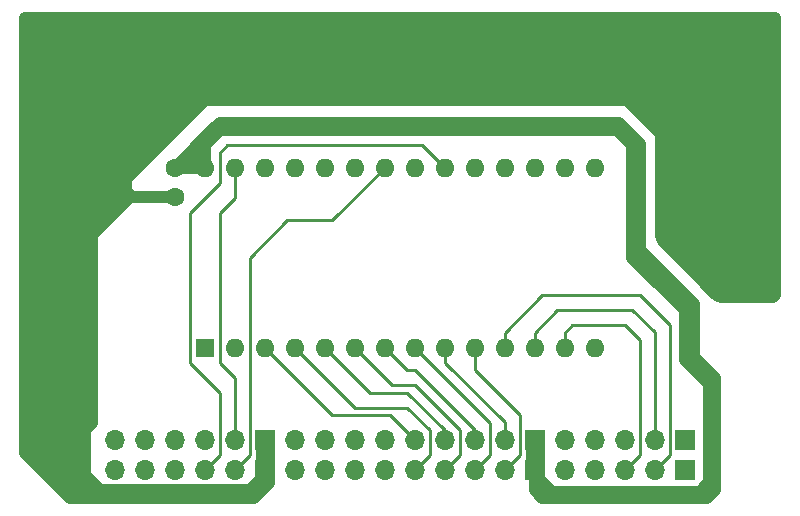
<source format=gbr>
%TF.GenerationSoftware,KiCad,Pcbnew,(5.1.10)-1*%
%TF.CreationDate,2022-08-09T19:56:00-06:00*%
%TF.ProjectId,storage,73746f72-6167-4652-9e6b-696361645f70,rev?*%
%TF.SameCoordinates,Original*%
%TF.FileFunction,Copper,L1,Top*%
%TF.FilePolarity,Positive*%
%FSLAX46Y46*%
G04 Gerber Fmt 4.6, Leading zero omitted, Abs format (unit mm)*
G04 Created by KiCad (PCBNEW (5.1.10)-1) date 2022-08-09 19:56:00*
%MOMM*%
%LPD*%
G01*
G04 APERTURE LIST*
%TA.AperFunction,ComponentPad*%
%ADD10C,1.600000*%
%TD*%
%TA.AperFunction,ComponentPad*%
%ADD11R,1.600000X1.600000*%
%TD*%
%TA.AperFunction,ComponentPad*%
%ADD12O,1.600000X1.600000*%
%TD*%
%TA.AperFunction,ComponentPad*%
%ADD13O,1.700000X1.700000*%
%TD*%
%TA.AperFunction,ComponentPad*%
%ADD14R,1.700000X1.700000*%
%TD*%
%TA.AperFunction,Conductor*%
%ADD15C,1.600000*%
%TD*%
%TA.AperFunction,Conductor*%
%ADD16C,0.250000*%
%TD*%
%TA.AperFunction,Conductor*%
%ADD17C,1.000000*%
%TD*%
%TA.AperFunction,Conductor*%
%ADD18C,2.500000*%
%TD*%
G04 APERTURE END LIST*
D10*
%TO.P,0.1uf,2*%
%TO.N,N/C*%
X381635000Y-281900000D03*
%TO.P,0.1uf,1*%
X381635000Y-279400000D03*
%TD*%
D11*
%TO.P,28c256,1*%
%TO.N,N/C*%
X384172460Y-294640000D03*
D12*
%TO.P,28c256,15*%
X417192460Y-279400000D03*
%TO.P,28c256,2*%
X386712460Y-294640000D03*
%TO.P,28c256,16*%
X414652460Y-279400000D03*
%TO.P,28c256,3*%
X389252460Y-294640000D03*
%TO.P,28c256,17*%
X412112460Y-279400000D03*
%TO.P,28c256,4*%
X391792460Y-294640000D03*
%TO.P,28c256,18*%
X409572460Y-279400000D03*
%TO.P,28c256,5*%
X394332460Y-294640000D03*
%TO.P,28c256,19*%
X407032460Y-279400000D03*
%TO.P,28c256,6*%
X396872460Y-294640000D03*
%TO.P,28c256,20*%
X404492460Y-279400000D03*
%TO.P,28c256,7*%
X399412460Y-294640000D03*
%TO.P,28c256,21*%
X401952460Y-279400000D03*
%TO.P,28c256,8*%
X401952460Y-294640000D03*
%TO.P,28c256,22*%
X399412460Y-279400000D03*
%TO.P,28c256,9*%
X404492460Y-294640000D03*
%TO.P,28c256,23*%
X396872460Y-279400000D03*
%TO.P,28c256,10*%
X407032460Y-294640000D03*
%TO.P,28c256,24*%
X394332460Y-279400000D03*
%TO.P,28c256,11*%
X409572460Y-294640000D03*
%TO.P,28c256,25*%
X391792460Y-279400000D03*
%TO.P,28c256,12*%
X412112460Y-294640000D03*
%TO.P,28c256,26*%
X389252460Y-279400000D03*
%TO.P,28c256,13*%
X414652460Y-294640000D03*
%TO.P,28c256,27*%
X386712460Y-279400000D03*
%TO.P,28c256,14*%
X417192460Y-294640000D03*
%TO.P,28c256,28*%
X384172460Y-279400000D03*
%TD*%
D13*
%TO.P,20pin conn.,40*%
%TO.N,N/C*%
X376555000Y-304987960D03*
%TO.P,20pin conn.,39*%
X376555000Y-302447960D03*
%TO.P,20pin conn.,38*%
X379095000Y-304987960D03*
%TO.P,20pin conn.,37*%
X379095000Y-302447960D03*
%TO.P,20pin conn.,36*%
X381635000Y-304987960D03*
%TO.P,20pin conn.,35*%
X381635000Y-302447960D03*
%TO.P,20pin conn.,34*%
X384175000Y-304987960D03*
%TO.P,20pin conn.,33*%
X384175000Y-302447960D03*
%TO.P,20pin conn.,32*%
X386715000Y-304987960D03*
%TO.P,20pin conn.,31*%
X386715000Y-302447960D03*
D14*
%TO.P,20pin conn.,30*%
X389255000Y-304987960D03*
%TO.P,20pin conn.,29*%
X389255000Y-302447960D03*
D13*
%TO.P,20pin conn.,28*%
X391795000Y-304987960D03*
%TO.P,20pin conn.,27*%
X391795000Y-302447960D03*
%TO.P,20pin conn.,26*%
X394335000Y-304987960D03*
%TO.P,20pin conn.,25*%
X394335000Y-302447960D03*
%TO.P,20pin conn.,24*%
X396875000Y-304987960D03*
%TO.P,20pin conn.,23*%
X396875000Y-302447960D03*
%TO.P,20pin conn.,22*%
X399415000Y-304987960D03*
%TO.P,20pin conn.,21*%
X399415000Y-302447960D03*
%TO.P,20pin conn.,20*%
X401955000Y-304987960D03*
%TO.P,20pin conn.,19*%
X401955000Y-302447960D03*
%TO.P,20pin conn.,18*%
X404495000Y-304987960D03*
%TO.P,20pin conn.,17*%
X404495000Y-302447960D03*
%TO.P,20pin conn.,16*%
X407035000Y-304987960D03*
%TO.P,20pin conn.,15*%
X407035000Y-302447960D03*
%TO.P,20pin conn.,14*%
X409575000Y-304987960D03*
%TO.P,20pin conn.,13*%
X409575000Y-302447960D03*
D14*
%TO.P,20pin conn.,12*%
X412115000Y-304987960D03*
%TO.P,20pin conn.,11*%
X412115000Y-302447960D03*
D13*
%TO.P,20pin conn.,10*%
X414655000Y-304987960D03*
%TO.P,20pin conn.,9*%
X414655000Y-302447960D03*
%TO.P,20pin conn.,8*%
X417195000Y-304987960D03*
%TO.P,20pin conn.,7*%
X417195000Y-302447960D03*
%TO.P,20pin conn.,6*%
X419735000Y-304987960D03*
%TO.P,20pin conn.,5*%
X419735000Y-302447960D03*
%TO.P,20pin conn.,4*%
X422275000Y-304987960D03*
%TO.P,20pin conn.,3*%
X422275000Y-302447960D03*
D14*
%TO.P,20pin conn.,2*%
X424815000Y-304987960D03*
%TO.P,20pin conn.,1*%
X424815000Y-302447960D03*
%TD*%
D15*
%TO.N,*%
X412115000Y-302447960D02*
X412115000Y-304987960D01*
X389255000Y-302447960D02*
X389255000Y-304987960D01*
D16*
X394967460Y-283845000D02*
X399412460Y-279400000D01*
X391160000Y-283845000D02*
X394967460Y-283845000D01*
X387985000Y-287020000D02*
X391160000Y-283845000D01*
X387985000Y-303717960D02*
X387985000Y-287020000D01*
X386715000Y-304987960D02*
X387985000Y-303717960D01*
X386712460Y-281937460D02*
X386712460Y-279400000D01*
X385445000Y-283204920D02*
X386712460Y-281937460D01*
X385445000Y-295910000D02*
X385445000Y-283204920D01*
X386715000Y-297180000D02*
X385445000Y-295910000D01*
X386715000Y-302447960D02*
X386715000Y-297180000D01*
X414652460Y-293372540D02*
X414652460Y-294640000D01*
X415290000Y-292735000D02*
X414652460Y-293372540D01*
X419735000Y-292735000D02*
X415290000Y-292735000D01*
X421005000Y-294005000D02*
X419735000Y-292735000D01*
X421005000Y-303687480D02*
X421005000Y-294005000D01*
X419699440Y-304993040D02*
X421005000Y-303687480D01*
X412112460Y-293372540D02*
X412112460Y-294640000D01*
X414020000Y-291465000D02*
X412112460Y-293372540D01*
X420370000Y-291465000D02*
X414020000Y-291465000D01*
X422239440Y-293334440D02*
X420370000Y-291465000D01*
X422239440Y-302453040D02*
X422239440Y-293334440D01*
X409572460Y-293372540D02*
X409572460Y-294640000D01*
X412750000Y-290195000D02*
X409572460Y-293372540D01*
X421005000Y-290195000D02*
X412750000Y-290195000D01*
X423545000Y-292735000D02*
X421005000Y-290195000D01*
X423545000Y-303687480D02*
X423545000Y-292735000D01*
X422239440Y-304993040D02*
X423545000Y-303687480D01*
D17*
X385445000Y-276225000D02*
X384172460Y-277497540D01*
D16*
X384175000Y-304987960D02*
X385445000Y-303717960D01*
X385445000Y-303717960D02*
X385445000Y-298450000D01*
X385445000Y-298450000D02*
X382905000Y-295910000D01*
X382905000Y-295910000D02*
X382905000Y-283210000D01*
X382905000Y-283210000D02*
X385445000Y-280670000D01*
X385445000Y-280670000D02*
X385445000Y-278130000D01*
X385445000Y-278130000D02*
X386080000Y-277495000D01*
X386080000Y-277495000D02*
X402587460Y-277495000D01*
X402587460Y-277495000D02*
X404492460Y-279400000D01*
D17*
X368935000Y-268605000D02*
X432435000Y-268605000D01*
X368935000Y-272415000D02*
X432435000Y-272415000D01*
X368935000Y-269875000D02*
X432435000Y-269875000D01*
X368935000Y-267335000D02*
X432435000Y-267335000D01*
X368935000Y-267970000D02*
X432435000Y-267970000D01*
X368935000Y-269240000D02*
X432435000Y-269240000D01*
X368935000Y-271780000D02*
X432435000Y-271780000D01*
X368935000Y-270510000D02*
X432435000Y-270510000D01*
X387350000Y-307340000D02*
X375285000Y-307340000D01*
X389255000Y-304987960D02*
X389255000Y-305435000D01*
X384175000Y-273685000D02*
X368935000Y-273685000D01*
X368935000Y-273685000D02*
X368935000Y-303530000D01*
X372745000Y-307340000D02*
X375285000Y-307340000D01*
X368935000Y-303530000D02*
X372745000Y-307340000D01*
X374332500Y-306387500D02*
X373062500Y-306387500D01*
X375285000Y-307340000D02*
X374332500Y-306387500D01*
X374332500Y-306387500D02*
X374015000Y-306070000D01*
X373062500Y-306387500D02*
X369570000Y-302895000D01*
X369570000Y-302895000D02*
X373380000Y-302895000D01*
X373380000Y-302895000D02*
X373380000Y-305435000D01*
X373380000Y-305435000D02*
X372745000Y-305435000D01*
X372745000Y-305435000D02*
X370840000Y-303530000D01*
X371475000Y-303530000D02*
X372745000Y-304800000D01*
X372110000Y-303530000D02*
X373380000Y-304800000D01*
X372110000Y-302895000D02*
X373380000Y-304165000D01*
D18*
X370205000Y-273685000D02*
X370205000Y-302895000D01*
X371475000Y-273685000D02*
X371475000Y-302895000D01*
X374015000Y-281940000D02*
X382270000Y-273685000D01*
D17*
X382270000Y-273050000D02*
X432435000Y-273050000D01*
X368935000Y-273050000D02*
X382270000Y-273050000D01*
D18*
X373380000Y-280670000D02*
X381635000Y-272415000D01*
X372110000Y-280035000D02*
X380365000Y-271780000D01*
X371475000Y-278765000D02*
X379730000Y-270510000D01*
X370840000Y-277495000D02*
X379095000Y-269240000D01*
D17*
X389255000Y-305435000D02*
X387350000Y-307340000D01*
X389610600Y-306085240D02*
X389610600Y-305003200D01*
X388620000Y-306705000D02*
X389255000Y-306070000D01*
X388620000Y-306705000D02*
X375285000Y-306705000D01*
X375285000Y-306705000D02*
X374015000Y-305435000D01*
X374015000Y-305435000D02*
X374015000Y-283845000D01*
X374015000Y-306070000D02*
X374015000Y-305435000D01*
X382905000Y-279400000D02*
X384172460Y-278132540D01*
X384172460Y-278132540D02*
X384172460Y-279400000D01*
X384172460Y-277497540D02*
X384172460Y-278132540D01*
X381635000Y-279400000D02*
X382905000Y-279400000D01*
X382905000Y-279400000D02*
X384172460Y-279400000D01*
X384810000Y-276225000D02*
X385445000Y-276225000D01*
X381635000Y-279400000D02*
X384810000Y-276225000D01*
X376595000Y-281900000D02*
X372745000Y-285750000D01*
D18*
X372745000Y-285750000D02*
X372745000Y-302895000D01*
X372745000Y-273685000D02*
X372745000Y-285750000D01*
D17*
X377507500Y-280352500D02*
X377507500Y-281622500D01*
X377230000Y-281900000D02*
X376595000Y-281900000D01*
X374015000Y-283845000D02*
X377507500Y-280352500D01*
X377507500Y-281622500D02*
X377230000Y-281900000D01*
X381635000Y-281900000D02*
X377230000Y-281900000D01*
X377507500Y-280352500D02*
X384175000Y-273685000D01*
X377380500Y-281241500D02*
X378015500Y-281876500D01*
X381635000Y-281900000D02*
X377865000Y-281900000D01*
X377865000Y-281900000D02*
X374650000Y-285115000D01*
X374650000Y-300990000D02*
X372745000Y-302895000D01*
X374650000Y-285115000D02*
X374650000Y-300990000D01*
X412369000Y-306832000D02*
X426339000Y-306832000D01*
X426847000Y-296926000D02*
X426847000Y-306070000D01*
X426847000Y-306070000D02*
X426720000Y-306197000D01*
X426720000Y-306197000D02*
X427355000Y-305562000D01*
X426085000Y-306832000D02*
X426720000Y-306197000D01*
X420370000Y-277495000D02*
X419100000Y-276225000D01*
X420370000Y-287020000D02*
X420370000Y-277495000D01*
X424815000Y-291465000D02*
X420370000Y-287020000D01*
X419100000Y-276225000D02*
X385445000Y-276225000D01*
X424815000Y-295656000D02*
X424815000Y-291465000D01*
X426847000Y-297688000D02*
X424815000Y-295656000D01*
X425577000Y-295656000D02*
X426085000Y-296164000D01*
X419227000Y-275590000D02*
X421005000Y-277368000D01*
X425577000Y-290957000D02*
X425577000Y-295656000D01*
X385445000Y-275590000D02*
X419227000Y-275590000D01*
X421005000Y-286385000D02*
X425577000Y-290957000D01*
X421005000Y-277368000D02*
X421005000Y-286385000D01*
X384810000Y-276225000D02*
X385445000Y-275590000D01*
X412115000Y-306070000D02*
X412115000Y-304987960D01*
X412115000Y-306070000D02*
X413385000Y-307340000D01*
X412115000Y-304987960D02*
X412115000Y-305689000D01*
X427355000Y-297180000D02*
X425450000Y-295275000D01*
X427355000Y-306705000D02*
X427355000Y-297180000D01*
X412750000Y-307340000D02*
X426720000Y-307340000D01*
X426720000Y-307340000D02*
X427355000Y-306705000D01*
X412115000Y-306705000D02*
X412750000Y-307340000D01*
X412115000Y-304987960D02*
X412115000Y-306705000D01*
X389255000Y-304352960D02*
X389255000Y-306070000D01*
X388355840Y-307340000D02*
X387350000Y-307340000D01*
X389610600Y-306085240D02*
X388355840Y-307340000D01*
X412115000Y-305435000D02*
X412115000Y-304987960D01*
X413385000Y-306705000D02*
X412115000Y-305435000D01*
D18*
X419100000Y-271780000D02*
X423545000Y-276225000D01*
X423545000Y-276225000D02*
X424815000Y-277495000D01*
D17*
X431800000Y-271145000D02*
X432435000Y-271145000D01*
X368935000Y-271145000D02*
X431800000Y-271145000D01*
D18*
X423545000Y-285115000D02*
X427990000Y-289560000D01*
X423545000Y-276225000D02*
X423545000Y-285115000D01*
D17*
X432435000Y-266700000D02*
X432435000Y-290195000D01*
X368935000Y-266700000D02*
X432435000Y-266700000D01*
X368935000Y-273685000D02*
X368935000Y-266700000D01*
X428625000Y-290195000D02*
X427990000Y-289560000D01*
X432308000Y-290322000D02*
X427964600Y-290322000D01*
X432435000Y-290195000D02*
X432308000Y-290322000D01*
D15*
X431800000Y-289560000D02*
X431800000Y-274320000D01*
D17*
X430530000Y-273685000D02*
X384175000Y-273685000D01*
X432435000Y-273685000D02*
X430530000Y-273685000D01*
D15*
X430530000Y-289560000D02*
X430530000Y-274320000D01*
X429260000Y-289560000D02*
X429260000Y-274320000D01*
X427990000Y-289560000D02*
X427990000Y-274320000D01*
X426720000Y-288290000D02*
X426720000Y-273050000D01*
X425450000Y-287020000D02*
X425450000Y-271780000D01*
D18*
X421005000Y-271145000D02*
X425450000Y-275590000D01*
D16*
X394332460Y-294640000D02*
X394335000Y-294640000D01*
X407032460Y-296542460D02*
X407032460Y-294640000D01*
X410845000Y-300355000D02*
X407032460Y-296542460D01*
X410845000Y-303687480D02*
X410845000Y-300355000D01*
X409539440Y-304993040D02*
X410845000Y-303687480D01*
X404492460Y-295907460D02*
X404492460Y-294640000D01*
X409539440Y-300954440D02*
X404492460Y-295907460D01*
X409539440Y-302453040D02*
X409539440Y-300954440D01*
X408305000Y-300992540D02*
X401952460Y-294640000D01*
X408305000Y-303687480D02*
X408305000Y-300992540D01*
X406999440Y-304993040D02*
X408305000Y-303687480D01*
X399412460Y-294002460D02*
X399376900Y-293966900D01*
X399412460Y-294640000D02*
X399412460Y-294002460D01*
X391792460Y-294637460D02*
X391756900Y-294601900D01*
X396875000Y-299720000D02*
X391792460Y-294637460D01*
X401320000Y-299720000D02*
X396875000Y-299720000D01*
X403225000Y-301625000D02*
X401320000Y-299720000D01*
X403225000Y-303687480D02*
X403225000Y-301625000D01*
X401919440Y-304993040D02*
X403225000Y-303687480D01*
X396872460Y-294637460D02*
X396836900Y-294601900D01*
X400050000Y-297815000D02*
X396872460Y-294637460D01*
X401955000Y-297815000D02*
X400050000Y-297815000D01*
X405765000Y-301625000D02*
X401955000Y-297815000D01*
X405765000Y-303687480D02*
X405765000Y-301625000D01*
X404459440Y-304993040D02*
X405765000Y-303687480D01*
X401317460Y-296545000D02*
X399412460Y-294640000D01*
X401955000Y-296545000D02*
X401317460Y-296545000D01*
X406999440Y-301589440D02*
X401955000Y-296545000D01*
X406999440Y-302453040D02*
X406999440Y-301589440D01*
X389252460Y-294637460D02*
X389216900Y-294601900D01*
X394970000Y-300355000D02*
X389252460Y-294637460D01*
X399862040Y-300355000D02*
X394970000Y-300355000D01*
X401919440Y-302412400D02*
X399862040Y-300355000D01*
X401919440Y-302453040D02*
X401919440Y-302412400D01*
X398142460Y-298450000D02*
X394332460Y-294640000D01*
X401320000Y-298450000D02*
X398142460Y-298450000D01*
X404459440Y-301589440D02*
X401320000Y-298450000D01*
X404459440Y-302453040D02*
X404459440Y-301589440D01*
%TD*%
M02*

</source>
